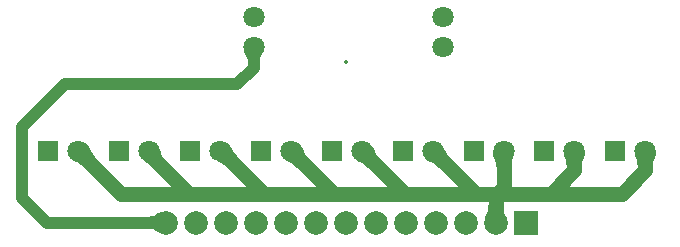
<source format=gtl>
%TF.GenerationSoftware,KiCad,Pcbnew,8.0.1*%
%TF.CreationDate,2024-06-15T14:56:54+02:00*%
%TF.ProjectId,BMW E30 VFL SI Indicator V2,424d5720-4533-4302-9056-464c20534920,rev?*%
%TF.SameCoordinates,Original*%
%TF.FileFunction,Copper,L1,Top*%
%TF.FilePolarity,Positive*%
%FSLAX46Y46*%
G04 Gerber Fmt 4.6, Leading zero omitted, Abs format (unit mm)*
G04 Created by KiCad (PCBNEW 8.0.1) date 2024-06-15 14:56:54*
%MOMM*%
%LPD*%
G01*
G04 APERTURE LIST*
%TA.AperFunction,ComponentPad*%
%ADD10R,1.800000X1.800000*%
%TD*%
%TA.AperFunction,ComponentPad*%
%ADD11C,1.800000*%
%TD*%
%TA.AperFunction,ComponentPad*%
%ADD12C,2.000000*%
%TD*%
%TA.AperFunction,ComponentPad*%
%ADD13R,2.000000X2.000000*%
%TD*%
%TA.AperFunction,Conductor*%
%ADD14C,1.300000*%
%TD*%
%TA.AperFunction,Conductor*%
%ADD15C,1.000000*%
%TD*%
%ADD16C,0.350000*%
G04 APERTURE END LIST*
D10*
%TO.P,D9,1,K*%
%TO.N,Net-(D9-K)*%
X125125000Y-85500000D03*
D11*
%TO.P,D9,2,A*%
%TO.N,Net-(D1-A)*%
X127665000Y-85500000D03*
%TD*%
D10*
%TO.P,D8,1,K*%
%TO.N,Net-(D8-K)*%
X131125000Y-85500000D03*
D11*
%TO.P,D8,2,A*%
%TO.N,Net-(D1-A)*%
X133665000Y-85500000D03*
%TD*%
D10*
%TO.P,D5,1,K*%
%TO.N,Net-(D5-K)*%
X149125000Y-85500000D03*
D11*
%TO.P,D5,2,A*%
%TO.N,Net-(D1-A)*%
X151665000Y-85500000D03*
%TD*%
D10*
%TO.P,D7,1,K*%
%TO.N,Net-(D7-K)*%
X137125000Y-85500000D03*
D11*
%TO.P,D7,2,A*%
%TO.N,Net-(D1-A)*%
X139665000Y-85500000D03*
%TD*%
D10*
%TO.P,D1,1,K*%
%TO.N,Net-(D1-K)*%
X173125000Y-85500000D03*
D11*
%TO.P,D1,2,A*%
%TO.N,Net-(D1-A)*%
X175665000Y-85500000D03*
%TD*%
D10*
%TO.P,D6,1,K*%
%TO.N,Net-(D6-K)*%
X143125000Y-85500000D03*
D11*
%TO.P,D6,2,A*%
%TO.N,Net-(D1-A)*%
X145665000Y-85500000D03*
%TD*%
D10*
%TO.P,D2,1,K*%
%TO.N,Net-(D2-K)*%
X167125000Y-85500000D03*
D11*
%TO.P,D2,2,A*%
%TO.N,Net-(D1-A)*%
X169665000Y-85500000D03*
%TD*%
D10*
%TO.P,D4,1,K*%
%TO.N,Net-(D4-K)*%
X155125000Y-85500000D03*
D11*
%TO.P,D4,2,A*%
%TO.N,Net-(D1-A)*%
X157665000Y-85500000D03*
%TD*%
D10*
%TO.P,D3,1,K*%
%TO.N,Net-(D3-K)*%
X161125000Y-85500000D03*
D11*
%TO.P,D3,2,A*%
%TO.N,Net-(D1-A)*%
X163665000Y-85500000D03*
%TD*%
D12*
%TO.P,J1,13,BULB_OILSERVICE*%
%TO.N,Net-(J1-BULB_OILSERVICE)*%
X135060000Y-91600000D03*
%TO.P,J1,12,BULB_INSPECTION*%
%TO.N,Net-(J1-BULB_INSPECTION)*%
X137600000Y-91600000D03*
%TO.P,J1,11,LED_G1*%
%TO.N,Net-(D9-K)*%
X140140000Y-91600000D03*
%TO.P,J1,10,LED_G2*%
%TO.N,Net-(D8-K)*%
X142680000Y-91600000D03*
%TO.P,J1,9,LED_G3*%
%TO.N,Net-(D7-K)*%
X145220000Y-91600000D03*
%TO.P,J1,8,LED_G4*%
%TO.N,Net-(D6-K)*%
X147760000Y-91600000D03*
%TO.P,J1,7,LED_G5*%
%TO.N,Net-(D5-K)*%
X150300000Y-91600000D03*
%TO.P,J1,6,LED_Y*%
%TO.N,Net-(D4-K)*%
X152840000Y-91600000D03*
%TO.P,J1,5,LED_R1*%
%TO.N,Net-(D3-K)*%
X155380000Y-91600000D03*
%TO.P,J1,4,LED_R2*%
%TO.N,Net-(D2-K)*%
X157920000Y-91600000D03*
%TO.P,J1,3,LED_R3*%
%TO.N,Net-(D1-K)*%
X160460000Y-91600000D03*
%TO.P,J1,2,GND_LED*%
%TO.N,Net-(D1-A)*%
X163000000Y-91600000D03*
D13*
%TO.P,J1,1,GND_BULB*%
%TO.N,Net-(J1-GND_BULB)*%
X165540000Y-91600000D03*
%TD*%
D11*
%TO.P,LA2,1,-*%
%TO.N,Net-(J1-BULB_INSPECTION)*%
X158500000Y-76700000D03*
%TO.P,LA2,2,+*%
%TO.N,Net-(J1-GND_BULB)*%
X158500000Y-74160000D03*
%TD*%
%TO.P,LA1,1,-*%
%TO.N,Net-(J1-GND_BULB)*%
X142500000Y-74160000D03*
%TO.P,LA1,2,+*%
%TO.N,Net-(J1-BULB_OILSERVICE)*%
X142500000Y-76700000D03*
%TD*%
D14*
%TO.N,Net-(D1-A)*%
X131295787Y-89145787D02*
X137685787Y-89145787D01*
X127665000Y-85515000D02*
X131295787Y-89145787D01*
X127665000Y-85500000D02*
X127665000Y-85515000D01*
X137045787Y-89145787D02*
X137685787Y-89145787D01*
X133665000Y-85765000D02*
X137045787Y-89145787D01*
X133665000Y-85500000D02*
X133665000Y-85765000D01*
X139720000Y-85500000D02*
X143365787Y-89145787D01*
X143365787Y-89145787D02*
X143685787Y-89145787D01*
X139665000Y-85500000D02*
X139720000Y-85500000D01*
X145665000Y-85515000D02*
X149295787Y-89145787D01*
X149295787Y-89145787D02*
X149685787Y-89145787D01*
X145665000Y-85500000D02*
X145665000Y-85515000D01*
X151665000Y-85515000D02*
X155295787Y-89145787D01*
X151665000Y-85500000D02*
X151665000Y-85515000D01*
X155295787Y-89145787D02*
X155685787Y-89145787D01*
X161310787Y-89145787D02*
X161685787Y-89145787D01*
X157665000Y-85500000D02*
X161310787Y-89145787D01*
X163665000Y-88580787D02*
X163000000Y-89245787D01*
X163665000Y-85500000D02*
X163665000Y-88580787D01*
X169665000Y-87147792D02*
X167667005Y-89145787D01*
X169665000Y-85500000D02*
X169665000Y-87147792D01*
X173667005Y-89145787D02*
X167667005Y-89145787D01*
X175665000Y-87147792D02*
X173667005Y-89145787D01*
X175665000Y-85500000D02*
X175665000Y-87147792D01*
X163000000Y-89245787D02*
X162900000Y-89145787D01*
X163000000Y-91600000D02*
X163000000Y-89245787D01*
D15*
%TO.N,Net-(J1-BULB_OILSERVICE)*%
X142500000Y-78500000D02*
X142500000Y-76700000D01*
X141100000Y-79900000D02*
X142500000Y-78500000D01*
X126500000Y-79900000D02*
X141100000Y-79900000D01*
X122900000Y-89500000D02*
X122900000Y-83500000D01*
X122900000Y-83500000D02*
X126500000Y-79900000D01*
X125000000Y-91600000D02*
X122900000Y-89500000D01*
X135060000Y-91600000D02*
X125000000Y-91600000D01*
D14*
%TO.N,Net-(D1-A)*%
X137685787Y-89145787D02*
X143685787Y-89145787D01*
X143685787Y-89145787D02*
X149685787Y-89145787D01*
X149685787Y-89145787D02*
X155685787Y-89145787D01*
X155685787Y-89145787D02*
X161685787Y-89145787D01*
X163000000Y-91600000D02*
X163000000Y-90460000D01*
X161685787Y-89145787D02*
X164040000Y-89145787D01*
X167667005Y-89145787D02*
X164040000Y-89145787D01*
%TD*%
%TA.AperFunction,Conductor*%
%TO.N,Net-(D1-A)*%
G36*
X128309003Y-84872540D02*
G01*
X128309608Y-84873194D01*
X128529127Y-85129549D01*
X128530354Y-85131277D01*
X128656582Y-85348320D01*
X128657094Y-85349305D01*
X128750106Y-85551134D01*
X128750114Y-85551149D01*
X128877149Y-85769582D01*
X129098532Y-86028112D01*
X129101310Y-86036625D01*
X129097918Y-86043995D01*
X128194043Y-86947870D01*
X128185770Y-86951297D01*
X128178105Y-86948437D01*
X128027449Y-86817813D01*
X127921523Y-86725971D01*
X127921521Y-86725969D01*
X127921519Y-86725968D01*
X127706612Y-86595020D01*
X127706601Y-86595014D01*
X127508791Y-86497179D01*
X127507890Y-86496683D01*
X127294257Y-86366511D01*
X127292680Y-86365360D01*
X127239294Y-86319072D01*
X127038083Y-86144615D01*
X127034079Y-86136607D01*
X127036909Y-86128111D01*
X127037448Y-86127531D01*
X127664293Y-85499293D01*
X128292458Y-84872521D01*
X128300734Y-84869104D01*
X128309003Y-84872540D01*
G37*
%TD.AperFunction*%
%TD*%
%TA.AperFunction,Conductor*%
%TO.N,Net-(D1-A)*%
G36*
X134494040Y-85160304D02*
G01*
X134500366Y-85166643D01*
X134500588Y-85167225D01*
X134586903Y-85412488D01*
X134587191Y-85413431D01*
X134637378Y-85606703D01*
X134637385Y-85606725D01*
X134688326Y-85769863D01*
X134688328Y-85769868D01*
X134780806Y-85935449D01*
X134948305Y-86127961D01*
X134948547Y-86128239D01*
X134951392Y-86136730D01*
X134947993Y-86144192D01*
X134044589Y-87047596D01*
X134036316Y-87051023D01*
X134028204Y-87047754D01*
X133792760Y-86821207D01*
X133612236Y-86662647D01*
X133452950Y-86529550D01*
X133452731Y-86529363D01*
X133272518Y-86371077D01*
X133272127Y-86370717D01*
X133037189Y-86144656D01*
X133033603Y-86136450D01*
X133036870Y-86128113D01*
X133036947Y-86128034D01*
X133662642Y-85500947D01*
X133666453Y-85498400D01*
X134485087Y-85160295D01*
X134494040Y-85160304D01*
G37*
%TD.AperFunction*%
%TD*%
%TA.AperFunction,Conductor*%
%TO.N,Net-(D1-A)*%
G36*
X140309129Y-84872414D02*
G01*
X140309625Y-84872943D01*
X140531071Y-85124251D01*
X140532115Y-85125630D01*
X140666825Y-85333985D01*
X140667294Y-85334776D01*
X140770907Y-85526573D01*
X140770920Y-85526596D01*
X140906342Y-85736051D01*
X140906351Y-85736063D01*
X141129336Y-85989119D01*
X141132235Y-85997591D01*
X141128831Y-86005126D01*
X140225533Y-86908424D01*
X140217260Y-86911851D01*
X140209088Y-86908524D01*
X140125006Y-86826466D01*
X140026206Y-86730042D01*
X139880604Y-86606102D01*
X139804935Y-86557802D01*
X139740907Y-86516932D01*
X139740905Y-86516931D01*
X139740900Y-86516928D01*
X139567444Y-86434674D01*
X139567433Y-86434669D01*
X139567428Y-86434667D01*
X139331334Y-86335984D01*
X139325022Y-86329632D01*
X139325031Y-86320724D01*
X139663400Y-85501453D01*
X139665947Y-85497642D01*
X140292585Y-84872394D01*
X140300860Y-84868978D01*
X140309129Y-84872414D01*
G37*
%TD.AperFunction*%
%TD*%
%TA.AperFunction,Conductor*%
%TO.N,Net-(D1-A)*%
G36*
X146309003Y-84872540D02*
G01*
X146309608Y-84873194D01*
X146529127Y-85129549D01*
X146530354Y-85131277D01*
X146656582Y-85348320D01*
X146657094Y-85349305D01*
X146750106Y-85551134D01*
X146750114Y-85551149D01*
X146877149Y-85769582D01*
X147098532Y-86028112D01*
X147101310Y-86036625D01*
X147097918Y-86043995D01*
X146194043Y-86947870D01*
X146185770Y-86951297D01*
X146178105Y-86948437D01*
X146027449Y-86817813D01*
X145921523Y-86725971D01*
X145921521Y-86725969D01*
X145921519Y-86725968D01*
X145706612Y-86595020D01*
X145706601Y-86595014D01*
X145508791Y-86497179D01*
X145507890Y-86496683D01*
X145294257Y-86366511D01*
X145292680Y-86365360D01*
X145239294Y-86319072D01*
X145038083Y-86144615D01*
X145034079Y-86136607D01*
X145036909Y-86128111D01*
X145037448Y-86127531D01*
X145664293Y-85499293D01*
X146292458Y-84872521D01*
X146300734Y-84869104D01*
X146309003Y-84872540D01*
G37*
%TD.AperFunction*%
%TD*%
%TA.AperFunction,Conductor*%
%TO.N,Net-(D1-A)*%
G36*
X152309003Y-84872540D02*
G01*
X152309608Y-84873194D01*
X152529127Y-85129549D01*
X152530354Y-85131277D01*
X152656582Y-85348320D01*
X152657094Y-85349305D01*
X152750106Y-85551134D01*
X152750114Y-85551149D01*
X152877149Y-85769582D01*
X153098532Y-86028112D01*
X153101310Y-86036625D01*
X153097918Y-86043995D01*
X152194043Y-86947870D01*
X152185770Y-86951297D01*
X152178105Y-86948437D01*
X152027449Y-86817813D01*
X151921523Y-86725971D01*
X151921521Y-86725969D01*
X151921519Y-86725968D01*
X151706612Y-86595020D01*
X151706601Y-86595014D01*
X151508791Y-86497179D01*
X151507890Y-86496683D01*
X151294257Y-86366511D01*
X151292680Y-86365360D01*
X151239294Y-86319072D01*
X151038083Y-86144615D01*
X151034079Y-86136607D01*
X151036909Y-86128111D01*
X151037448Y-86127531D01*
X151664293Y-85499293D01*
X152292458Y-84872521D01*
X152300734Y-84869104D01*
X152309003Y-84872540D01*
G37*
%TD.AperFunction*%
%TD*%
%TA.AperFunction,Conductor*%
%TO.N,Net-(D1-A)*%
G36*
X158309032Y-84872512D02*
G01*
X158309613Y-84873138D01*
X158530107Y-85128977D01*
X158531295Y-85130626D01*
X158659764Y-85346239D01*
X158660268Y-85347181D01*
X158755923Y-85547231D01*
X158755927Y-85547239D01*
X158885192Y-85764185D01*
X159107475Y-86022101D01*
X159110280Y-86030605D01*
X159106885Y-86038012D01*
X158203012Y-86941885D01*
X158194739Y-86945312D01*
X158187101Y-86942475D01*
X157929185Y-86720192D01*
X157712239Y-86590927D01*
X157712231Y-86590923D01*
X157512181Y-86495268D01*
X157511239Y-86494764D01*
X157295626Y-86366295D01*
X157293977Y-86365107D01*
X157038138Y-86144613D01*
X157034108Y-86136616D01*
X157036913Y-86128112D01*
X157037494Y-86127486D01*
X157126770Y-86038012D01*
X157664293Y-85499293D01*
X158292486Y-84872493D01*
X158300763Y-84869076D01*
X158309032Y-84872512D01*
G37*
%TD.AperFunction*%
%TD*%
%TA.AperFunction,Conductor*%
%TO.N,Net-(D1-A)*%
G36*
X164552413Y-85499986D02*
G01*
X164560682Y-85503422D01*
X164564100Y-85511699D01*
X164564068Y-85512552D01*
X164539075Y-85849372D01*
X164538749Y-85851378D01*
X164477132Y-86094671D01*
X164476823Y-86095694D01*
X164403002Y-86304798D01*
X164341000Y-86549608D01*
X164315804Y-86889166D01*
X164311774Y-86897163D01*
X164304136Y-86900000D01*
X163025864Y-86900000D01*
X163017591Y-86896573D01*
X163014196Y-86889166D01*
X162989000Y-86549610D01*
X162927000Y-86304805D01*
X162853172Y-86095683D01*
X162852870Y-86094682D01*
X162791249Y-85851372D01*
X162790924Y-85849378D01*
X162765931Y-85512551D01*
X162768736Y-85504048D01*
X162776733Y-85500018D01*
X162777585Y-85499986D01*
X163665000Y-85499000D01*
X164552413Y-85499986D01*
G37*
%TD.AperFunction*%
%TD*%
%TA.AperFunction,Conductor*%
%TO.N,Net-(D1-A)*%
G36*
X170552413Y-85499986D02*
G01*
X170560682Y-85503422D01*
X170564100Y-85511699D01*
X170564068Y-85512552D01*
X170539075Y-85849372D01*
X170538749Y-85851378D01*
X170477132Y-86094671D01*
X170476823Y-86095694D01*
X170403002Y-86304798D01*
X170341000Y-86549608D01*
X170315804Y-86889166D01*
X170311774Y-86897163D01*
X170304136Y-86900000D01*
X169025864Y-86900000D01*
X169017591Y-86896573D01*
X169014196Y-86889166D01*
X168989000Y-86549610D01*
X168927000Y-86304805D01*
X168853172Y-86095683D01*
X168852870Y-86094682D01*
X168791249Y-85851372D01*
X168790924Y-85849378D01*
X168765931Y-85512551D01*
X168768736Y-85504048D01*
X168776733Y-85500018D01*
X168777585Y-85499986D01*
X169665000Y-85499000D01*
X170552413Y-85499986D01*
G37*
%TD.AperFunction*%
%TD*%
%TA.AperFunction,Conductor*%
%TO.N,Net-(D1-A)*%
G36*
X176552413Y-85499986D02*
G01*
X176560682Y-85503422D01*
X176564100Y-85511699D01*
X176564068Y-85512552D01*
X176539075Y-85849372D01*
X176538749Y-85851378D01*
X176477132Y-86094671D01*
X176476823Y-86095694D01*
X176403002Y-86304798D01*
X176341000Y-86549608D01*
X176315804Y-86889166D01*
X176311774Y-86897163D01*
X176304136Y-86900000D01*
X175025864Y-86900000D01*
X175017591Y-86896573D01*
X175014196Y-86889166D01*
X174989000Y-86549610D01*
X174927000Y-86304805D01*
X174853172Y-86095683D01*
X174852870Y-86094682D01*
X174791249Y-85851372D01*
X174790924Y-85849378D01*
X174765931Y-85512551D01*
X174768736Y-85504048D01*
X174776733Y-85500018D01*
X174777585Y-85499986D01*
X175665000Y-85499000D01*
X176552413Y-85499986D01*
G37*
%TD.AperFunction*%
%TD*%
%TA.AperFunction,Conductor*%
%TO.N,Net-(D1-A)*%
G36*
X163646870Y-90103427D02*
G01*
X163650293Y-90111399D01*
X163657351Y-90386043D01*
X163657353Y-90386071D01*
X163683009Y-90588725D01*
X163732383Y-90760110D01*
X163810849Y-90952222D01*
X163919247Y-91206453D01*
X163919339Y-91215407D01*
X163913073Y-91221805D01*
X163912971Y-91221847D01*
X163004487Y-91599136D01*
X162995533Y-91599145D01*
X162995513Y-91599136D01*
X162087028Y-91221847D01*
X162080701Y-91215509D01*
X162080710Y-91206555D01*
X162080752Y-91206453D01*
X162189128Y-90952271D01*
X162267616Y-90760107D01*
X162316988Y-90588733D01*
X162342647Y-90386060D01*
X162349707Y-90111399D01*
X162353345Y-90103217D01*
X162361403Y-90100000D01*
X163638597Y-90100000D01*
X163646870Y-90103427D01*
G37*
%TD.AperFunction*%
%TD*%
%TA.AperFunction,Conductor*%
%TO.N,Net-(J1-BULB_OILSERVICE)*%
G36*
X143320296Y-77039764D02*
G01*
X143326621Y-77046102D01*
X143326612Y-77055056D01*
X143326446Y-77055437D01*
X143215830Y-77297111D01*
X143215602Y-77297581D01*
X143123357Y-77477437D01*
X143123341Y-77477470D01*
X143055715Y-77636640D01*
X143055712Y-77636649D01*
X143014151Y-77826850D01*
X143014149Y-77826864D01*
X143000575Y-78088905D01*
X142996725Y-78096990D01*
X142988891Y-78100000D01*
X142011109Y-78100000D01*
X142002836Y-78096573D01*
X141999425Y-78088905D01*
X141985849Y-77826864D01*
X141985848Y-77826859D01*
X141985848Y-77826853D01*
X141944284Y-77636644D01*
X141918979Y-77577084D01*
X141876657Y-77477470D01*
X141876652Y-77477461D01*
X141876648Y-77477450D01*
X141784386Y-77297562D01*
X141784176Y-77297130D01*
X141673553Y-77055437D01*
X141673226Y-77046488D01*
X141679323Y-77039929D01*
X141679654Y-77039784D01*
X142495512Y-76700863D01*
X142504465Y-76700855D01*
X143320296Y-77039764D01*
G37*
%TD.AperFunction*%
%TD*%
%TA.AperFunction,Conductor*%
%TO.N,Net-(J1-BULB_OILSERVICE)*%
G36*
X134681794Y-90686953D02*
G01*
X134682080Y-90687589D01*
X135059136Y-91595513D01*
X135059145Y-91604467D01*
X135059136Y-91604487D01*
X134682080Y-92512410D01*
X134675742Y-92518737D01*
X134666788Y-92518728D01*
X134666152Y-92518442D01*
X134407008Y-92392240D01*
X134406004Y-92391688D01*
X134217624Y-92275891D01*
X134052437Y-92183352D01*
X133852647Y-92122131D01*
X133570818Y-92100818D01*
X133562827Y-92096777D01*
X133560000Y-92089151D01*
X133560000Y-91110848D01*
X133563427Y-91102575D01*
X133570815Y-91099182D01*
X133852649Y-91077867D01*
X134052435Y-91016647D01*
X134052437Y-91016646D01*
X134217624Y-90924107D01*
X134253658Y-90901956D01*
X134406014Y-90808304D01*
X134406997Y-90807763D01*
X134666152Y-90681556D01*
X134675091Y-90681016D01*
X134681794Y-90686953D01*
G37*
%TD.AperFunction*%
%TD*%
%TA.AperFunction,Conductor*%
%TO.N,Net-(D1-A)*%
G36*
X163647355Y-90463427D02*
G01*
X163650754Y-90470892D01*
X163663690Y-90657669D01*
X163673274Y-90691598D01*
X163702024Y-90793376D01*
X163702029Y-90793390D01*
X163760896Y-90905980D01*
X163760901Y-90905989D01*
X163760906Y-90905998D01*
X163812100Y-90993246D01*
X163835973Y-91033930D01*
X163836434Y-91034796D01*
X163918548Y-91206189D01*
X163919032Y-91215130D01*
X163913051Y-91221796D01*
X163912483Y-91222049D01*
X163004487Y-91599136D01*
X162995533Y-91599145D01*
X162995513Y-91599136D01*
X162087516Y-91222049D01*
X162081189Y-91215711D01*
X162081198Y-91206757D01*
X162081451Y-91206189D01*
X162163570Y-91034784D01*
X162164017Y-91033943D01*
X162239092Y-90905998D01*
X162297972Y-90793385D01*
X162336309Y-90657669D01*
X162349246Y-90470892D01*
X162353236Y-90462875D01*
X162360918Y-90460000D01*
X163639082Y-90460000D01*
X163647355Y-90463427D01*
G37*
%TD.AperFunction*%
%TD*%
D16*
X125125000Y-85500000D03*
X127665000Y-85500000D03*
X131125000Y-85500000D03*
X133665000Y-85500000D03*
X149125000Y-85500000D03*
X151665000Y-85500000D03*
X137125000Y-85500000D03*
X139665000Y-85500000D03*
X173125000Y-85500000D03*
X175665000Y-85500000D03*
X143125000Y-85500000D03*
X145665000Y-85500000D03*
X167125000Y-85500000D03*
X169665000Y-85500000D03*
X155125000Y-85500000D03*
X157665000Y-85500000D03*
X161125000Y-85500000D03*
X163665000Y-85500000D03*
X135060000Y-91600000D03*
X137600000Y-91600000D03*
X140140000Y-91600000D03*
X142680000Y-91600000D03*
X145220000Y-91600000D03*
X147760000Y-91600000D03*
X150300000Y-91600000D03*
X152840000Y-91600000D03*
X155380000Y-91600000D03*
X157920000Y-91600000D03*
X160460000Y-91600000D03*
X163000000Y-91600000D03*
X165540000Y-91600000D03*
X158500000Y-76700000D03*
X158500000Y-74160000D03*
X142500000Y-74160000D03*
X142500000Y-76700000D03*
X150300000Y-78000000D03*
M02*

</source>
